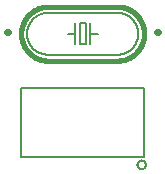
<source format=gbo>
G75*
%MOIN*%
%OFA0B0*%
%FSLAX25Y25*%
%IPPOS*%
%LPD*%
%AMOC8*
5,1,8,0,0,1.08239X$1,22.5*
%
%ADD10C,0.02200*%
%ADD11C,0.00600*%
%ADD12C,0.01600*%
D10*
X0086359Y0081800D02*
X0086599Y0081800D01*
X0136359Y0081800D02*
X0136599Y0081800D01*
D11*
X0131951Y0040284D02*
X0091006Y0040284D01*
X0091006Y0063316D01*
X0131951Y0063316D01*
X0131951Y0040284D01*
X0129750Y0037627D02*
X0129752Y0037702D01*
X0129758Y0037776D01*
X0129768Y0037850D01*
X0129781Y0037923D01*
X0129799Y0037996D01*
X0129820Y0038067D01*
X0129845Y0038138D01*
X0129874Y0038207D01*
X0129907Y0038274D01*
X0129943Y0038339D01*
X0129982Y0038403D01*
X0130024Y0038464D01*
X0130070Y0038523D01*
X0130119Y0038580D01*
X0130171Y0038633D01*
X0130225Y0038684D01*
X0130282Y0038733D01*
X0130342Y0038777D01*
X0130404Y0038819D01*
X0130468Y0038858D01*
X0130534Y0038893D01*
X0130601Y0038924D01*
X0130671Y0038952D01*
X0130741Y0038976D01*
X0130813Y0038997D01*
X0130886Y0039013D01*
X0130959Y0039026D01*
X0131034Y0039035D01*
X0131108Y0039040D01*
X0131183Y0039041D01*
X0131257Y0039038D01*
X0131332Y0039031D01*
X0131405Y0039020D01*
X0131479Y0039006D01*
X0131551Y0038987D01*
X0131622Y0038965D01*
X0131692Y0038939D01*
X0131761Y0038909D01*
X0131827Y0038876D01*
X0131892Y0038839D01*
X0131955Y0038799D01*
X0132016Y0038755D01*
X0132074Y0038709D01*
X0132130Y0038659D01*
X0132183Y0038607D01*
X0132234Y0038552D01*
X0132281Y0038494D01*
X0132325Y0038434D01*
X0132366Y0038371D01*
X0132404Y0038307D01*
X0132438Y0038241D01*
X0132469Y0038172D01*
X0132496Y0038103D01*
X0132519Y0038032D01*
X0132538Y0037960D01*
X0132554Y0037887D01*
X0132566Y0037813D01*
X0132574Y0037739D01*
X0132578Y0037664D01*
X0132578Y0037590D01*
X0132574Y0037515D01*
X0132566Y0037441D01*
X0132554Y0037367D01*
X0132538Y0037294D01*
X0132519Y0037222D01*
X0132496Y0037151D01*
X0132469Y0037082D01*
X0132438Y0037013D01*
X0132404Y0036947D01*
X0132366Y0036883D01*
X0132325Y0036820D01*
X0132281Y0036760D01*
X0132234Y0036702D01*
X0132183Y0036647D01*
X0132130Y0036595D01*
X0132074Y0036545D01*
X0132016Y0036499D01*
X0131955Y0036455D01*
X0131892Y0036415D01*
X0131827Y0036378D01*
X0131761Y0036345D01*
X0131692Y0036315D01*
X0131622Y0036289D01*
X0131551Y0036267D01*
X0131479Y0036248D01*
X0131405Y0036234D01*
X0131332Y0036223D01*
X0131257Y0036216D01*
X0131183Y0036213D01*
X0131108Y0036214D01*
X0131034Y0036219D01*
X0130959Y0036228D01*
X0130886Y0036241D01*
X0130813Y0036257D01*
X0130741Y0036278D01*
X0130671Y0036302D01*
X0130601Y0036330D01*
X0130534Y0036361D01*
X0130468Y0036396D01*
X0130404Y0036435D01*
X0130342Y0036477D01*
X0130282Y0036521D01*
X0130225Y0036570D01*
X0130171Y0036621D01*
X0130119Y0036674D01*
X0130070Y0036731D01*
X0130024Y0036790D01*
X0129982Y0036851D01*
X0129943Y0036915D01*
X0129907Y0036980D01*
X0129874Y0037047D01*
X0129845Y0037116D01*
X0129820Y0037187D01*
X0129799Y0037258D01*
X0129781Y0037331D01*
X0129768Y0037404D01*
X0129758Y0037478D01*
X0129752Y0037552D01*
X0129750Y0037627D01*
X0122979Y0074300D02*
X0099979Y0074300D01*
X0108979Y0077800D02*
X0108979Y0081300D01*
X0106479Y0081300D01*
X0108979Y0081300D02*
X0108979Y0084800D01*
X0110479Y0084800D02*
X0110479Y0077800D01*
X0112479Y0077800D01*
X0112479Y0084800D01*
X0110479Y0084800D01*
X0113979Y0084800D02*
X0113979Y0081300D01*
X0116479Y0081300D01*
X0113979Y0081300D02*
X0113979Y0077800D01*
X0122979Y0074300D02*
X0123149Y0074302D01*
X0123320Y0074308D01*
X0123490Y0074319D01*
X0123660Y0074333D01*
X0123829Y0074352D01*
X0123998Y0074375D01*
X0124167Y0074401D01*
X0124334Y0074432D01*
X0124501Y0074467D01*
X0124667Y0074507D01*
X0124832Y0074550D01*
X0124996Y0074597D01*
X0125158Y0074648D01*
X0125320Y0074703D01*
X0125480Y0074762D01*
X0125638Y0074825D01*
X0125795Y0074891D01*
X0125950Y0074962D01*
X0126104Y0075036D01*
X0126255Y0075114D01*
X0126405Y0075196D01*
X0126553Y0075281D01*
X0126698Y0075370D01*
X0126841Y0075462D01*
X0126982Y0075558D01*
X0127121Y0075657D01*
X0127257Y0075760D01*
X0127391Y0075865D01*
X0127522Y0075974D01*
X0127650Y0076087D01*
X0127776Y0076202D01*
X0127899Y0076320D01*
X0128018Y0076441D01*
X0128135Y0076566D01*
X0128249Y0076693D01*
X0128360Y0076822D01*
X0128467Y0076955D01*
X0128571Y0077090D01*
X0128672Y0077227D01*
X0128770Y0077367D01*
X0128864Y0077509D01*
X0128954Y0077653D01*
X0129041Y0077800D01*
X0129125Y0077949D01*
X0129204Y0078099D01*
X0129280Y0078252D01*
X0129353Y0078406D01*
X0129421Y0078562D01*
X0129486Y0078720D01*
X0129547Y0078879D01*
X0129604Y0079040D01*
X0129657Y0079202D01*
X0129706Y0079365D01*
X0129751Y0079529D01*
X0129792Y0079695D01*
X0129830Y0079861D01*
X0129863Y0080029D01*
X0129891Y0080197D01*
X0129916Y0080365D01*
X0129937Y0080534D01*
X0129954Y0080704D01*
X0129966Y0080874D01*
X0129974Y0081044D01*
X0129978Y0081215D01*
X0129978Y0081385D01*
X0129974Y0081556D01*
X0129966Y0081726D01*
X0129954Y0081896D01*
X0129937Y0082066D01*
X0129916Y0082235D01*
X0129891Y0082403D01*
X0129863Y0082571D01*
X0129830Y0082739D01*
X0129792Y0082905D01*
X0129751Y0083071D01*
X0129706Y0083235D01*
X0129657Y0083398D01*
X0129604Y0083560D01*
X0129547Y0083721D01*
X0129486Y0083880D01*
X0129421Y0084038D01*
X0129353Y0084194D01*
X0129280Y0084348D01*
X0129204Y0084501D01*
X0129125Y0084651D01*
X0129041Y0084800D01*
X0128954Y0084947D01*
X0128864Y0085091D01*
X0128770Y0085233D01*
X0128672Y0085373D01*
X0128571Y0085510D01*
X0128467Y0085645D01*
X0128360Y0085778D01*
X0128249Y0085907D01*
X0128135Y0086034D01*
X0128018Y0086159D01*
X0127899Y0086280D01*
X0127776Y0086398D01*
X0127650Y0086513D01*
X0127522Y0086626D01*
X0127391Y0086735D01*
X0127257Y0086840D01*
X0127121Y0086943D01*
X0126982Y0087042D01*
X0126841Y0087138D01*
X0126698Y0087230D01*
X0126553Y0087319D01*
X0126405Y0087404D01*
X0126255Y0087486D01*
X0126104Y0087564D01*
X0125950Y0087638D01*
X0125795Y0087709D01*
X0125638Y0087775D01*
X0125480Y0087838D01*
X0125320Y0087897D01*
X0125158Y0087952D01*
X0124996Y0088003D01*
X0124832Y0088050D01*
X0124667Y0088093D01*
X0124501Y0088133D01*
X0124334Y0088168D01*
X0124167Y0088199D01*
X0123998Y0088225D01*
X0123829Y0088248D01*
X0123660Y0088267D01*
X0123490Y0088281D01*
X0123320Y0088292D01*
X0123149Y0088298D01*
X0122979Y0088300D01*
X0099979Y0088300D01*
X0099809Y0088298D01*
X0099638Y0088292D01*
X0099468Y0088281D01*
X0099298Y0088267D01*
X0099129Y0088248D01*
X0098960Y0088225D01*
X0098791Y0088199D01*
X0098624Y0088168D01*
X0098457Y0088133D01*
X0098291Y0088093D01*
X0098126Y0088050D01*
X0097962Y0088003D01*
X0097800Y0087952D01*
X0097638Y0087897D01*
X0097478Y0087838D01*
X0097320Y0087775D01*
X0097163Y0087709D01*
X0097008Y0087638D01*
X0096854Y0087564D01*
X0096703Y0087486D01*
X0096553Y0087404D01*
X0096405Y0087319D01*
X0096260Y0087230D01*
X0096117Y0087138D01*
X0095976Y0087042D01*
X0095837Y0086943D01*
X0095701Y0086840D01*
X0095567Y0086735D01*
X0095436Y0086626D01*
X0095308Y0086513D01*
X0095182Y0086398D01*
X0095059Y0086280D01*
X0094940Y0086159D01*
X0094823Y0086034D01*
X0094709Y0085907D01*
X0094598Y0085778D01*
X0094491Y0085645D01*
X0094387Y0085510D01*
X0094286Y0085373D01*
X0094188Y0085233D01*
X0094094Y0085091D01*
X0094004Y0084947D01*
X0093917Y0084800D01*
X0093833Y0084651D01*
X0093754Y0084501D01*
X0093678Y0084348D01*
X0093605Y0084194D01*
X0093537Y0084038D01*
X0093472Y0083880D01*
X0093411Y0083721D01*
X0093354Y0083560D01*
X0093301Y0083398D01*
X0093252Y0083235D01*
X0093207Y0083071D01*
X0093166Y0082905D01*
X0093128Y0082739D01*
X0093095Y0082571D01*
X0093067Y0082403D01*
X0093042Y0082235D01*
X0093021Y0082066D01*
X0093004Y0081896D01*
X0092992Y0081726D01*
X0092984Y0081556D01*
X0092980Y0081385D01*
X0092980Y0081215D01*
X0092984Y0081044D01*
X0092992Y0080874D01*
X0093004Y0080704D01*
X0093021Y0080534D01*
X0093042Y0080365D01*
X0093067Y0080197D01*
X0093095Y0080029D01*
X0093128Y0079861D01*
X0093166Y0079695D01*
X0093207Y0079529D01*
X0093252Y0079365D01*
X0093301Y0079202D01*
X0093354Y0079040D01*
X0093411Y0078879D01*
X0093472Y0078720D01*
X0093537Y0078562D01*
X0093605Y0078406D01*
X0093678Y0078252D01*
X0093754Y0078099D01*
X0093833Y0077949D01*
X0093917Y0077800D01*
X0094004Y0077653D01*
X0094094Y0077509D01*
X0094188Y0077367D01*
X0094286Y0077227D01*
X0094387Y0077090D01*
X0094491Y0076955D01*
X0094598Y0076822D01*
X0094709Y0076693D01*
X0094823Y0076566D01*
X0094940Y0076441D01*
X0095059Y0076320D01*
X0095182Y0076202D01*
X0095308Y0076087D01*
X0095436Y0075974D01*
X0095567Y0075865D01*
X0095701Y0075760D01*
X0095837Y0075657D01*
X0095976Y0075558D01*
X0096117Y0075462D01*
X0096260Y0075370D01*
X0096405Y0075281D01*
X0096553Y0075196D01*
X0096703Y0075114D01*
X0096854Y0075036D01*
X0097008Y0074962D01*
X0097163Y0074891D01*
X0097320Y0074825D01*
X0097478Y0074762D01*
X0097638Y0074703D01*
X0097800Y0074648D01*
X0097962Y0074597D01*
X0098126Y0074550D01*
X0098291Y0074507D01*
X0098457Y0074467D01*
X0098624Y0074432D01*
X0098791Y0074401D01*
X0098960Y0074375D01*
X0099129Y0074352D01*
X0099298Y0074333D01*
X0099468Y0074319D01*
X0099638Y0074308D01*
X0099809Y0074302D01*
X0099979Y0074300D01*
D12*
X0099979Y0072300D02*
X0122979Y0072300D01*
X0123198Y0072303D01*
X0123417Y0072311D01*
X0123636Y0072324D01*
X0123854Y0072343D01*
X0124072Y0072367D01*
X0124289Y0072396D01*
X0124506Y0072430D01*
X0124721Y0072470D01*
X0124936Y0072515D01*
X0125149Y0072566D01*
X0125361Y0072621D01*
X0125572Y0072682D01*
X0125781Y0072747D01*
X0125988Y0072818D01*
X0126194Y0072894D01*
X0126398Y0072975D01*
X0126600Y0073060D01*
X0126799Y0073151D01*
X0126996Y0073246D01*
X0127191Y0073347D01*
X0127384Y0073452D01*
X0127574Y0073561D01*
X0127761Y0073675D01*
X0127945Y0073794D01*
X0128126Y0073917D01*
X0128304Y0074045D01*
X0128480Y0074177D01*
X0128651Y0074313D01*
X0128820Y0074453D01*
X0128985Y0074597D01*
X0129146Y0074745D01*
X0129304Y0074897D01*
X0129458Y0075053D01*
X0129608Y0075213D01*
X0129755Y0075376D01*
X0129897Y0075543D01*
X0130035Y0075713D01*
X0130169Y0075887D01*
X0130299Y0076063D01*
X0130424Y0076243D01*
X0130545Y0076426D01*
X0130661Y0076612D01*
X0130773Y0076800D01*
X0130880Y0076991D01*
X0130983Y0077185D01*
X0131081Y0077381D01*
X0131174Y0077579D01*
X0131262Y0077780D01*
X0131345Y0077983D01*
X0131424Y0078188D01*
X0131497Y0078394D01*
X0131565Y0078602D01*
X0131628Y0078812D01*
X0131686Y0079024D01*
X0131739Y0079236D01*
X0131787Y0079450D01*
X0131829Y0079665D01*
X0131866Y0079881D01*
X0131898Y0080098D01*
X0131925Y0080316D01*
X0131946Y0080534D01*
X0131962Y0080752D01*
X0131973Y0080971D01*
X0131978Y0081190D01*
X0131978Y0081410D01*
X0131973Y0081629D01*
X0131962Y0081848D01*
X0131946Y0082066D01*
X0131925Y0082284D01*
X0131898Y0082502D01*
X0131866Y0082719D01*
X0131829Y0082935D01*
X0131787Y0083150D01*
X0131739Y0083364D01*
X0131686Y0083576D01*
X0131628Y0083788D01*
X0131565Y0083998D01*
X0131497Y0084206D01*
X0131424Y0084412D01*
X0131345Y0084617D01*
X0131262Y0084820D01*
X0131174Y0085021D01*
X0131081Y0085219D01*
X0130983Y0085415D01*
X0130880Y0085609D01*
X0130773Y0085800D01*
X0130661Y0085988D01*
X0130545Y0086174D01*
X0130424Y0086357D01*
X0130299Y0086537D01*
X0130169Y0086713D01*
X0130035Y0086887D01*
X0129897Y0087057D01*
X0129755Y0087224D01*
X0129608Y0087387D01*
X0129458Y0087547D01*
X0129304Y0087703D01*
X0129146Y0087855D01*
X0128985Y0088003D01*
X0128820Y0088147D01*
X0128651Y0088287D01*
X0128480Y0088423D01*
X0128304Y0088555D01*
X0128126Y0088683D01*
X0127945Y0088806D01*
X0127761Y0088925D01*
X0127574Y0089039D01*
X0127384Y0089148D01*
X0127191Y0089253D01*
X0126996Y0089354D01*
X0126799Y0089449D01*
X0126600Y0089540D01*
X0126398Y0089625D01*
X0126194Y0089706D01*
X0125988Y0089782D01*
X0125781Y0089853D01*
X0125572Y0089918D01*
X0125361Y0089979D01*
X0125149Y0090034D01*
X0124936Y0090085D01*
X0124721Y0090130D01*
X0124506Y0090170D01*
X0124289Y0090204D01*
X0124072Y0090233D01*
X0123854Y0090257D01*
X0123636Y0090276D01*
X0123417Y0090289D01*
X0123198Y0090297D01*
X0122979Y0090300D01*
X0099979Y0090300D01*
X0099760Y0090297D01*
X0099541Y0090289D01*
X0099322Y0090276D01*
X0099104Y0090257D01*
X0098886Y0090233D01*
X0098669Y0090204D01*
X0098452Y0090170D01*
X0098237Y0090130D01*
X0098022Y0090085D01*
X0097809Y0090034D01*
X0097597Y0089979D01*
X0097386Y0089918D01*
X0097177Y0089853D01*
X0096970Y0089782D01*
X0096764Y0089706D01*
X0096560Y0089625D01*
X0096358Y0089540D01*
X0096159Y0089449D01*
X0095962Y0089354D01*
X0095767Y0089253D01*
X0095574Y0089148D01*
X0095384Y0089039D01*
X0095197Y0088925D01*
X0095013Y0088806D01*
X0094832Y0088683D01*
X0094654Y0088555D01*
X0094478Y0088423D01*
X0094307Y0088287D01*
X0094138Y0088147D01*
X0093973Y0088003D01*
X0093812Y0087855D01*
X0093654Y0087703D01*
X0093500Y0087547D01*
X0093350Y0087387D01*
X0093203Y0087224D01*
X0093061Y0087057D01*
X0092923Y0086887D01*
X0092789Y0086713D01*
X0092659Y0086537D01*
X0092534Y0086357D01*
X0092413Y0086174D01*
X0092297Y0085988D01*
X0092185Y0085800D01*
X0092078Y0085609D01*
X0091975Y0085415D01*
X0091877Y0085219D01*
X0091784Y0085021D01*
X0091696Y0084820D01*
X0091613Y0084617D01*
X0091534Y0084412D01*
X0091461Y0084206D01*
X0091393Y0083998D01*
X0091330Y0083788D01*
X0091272Y0083576D01*
X0091219Y0083364D01*
X0091171Y0083150D01*
X0091129Y0082935D01*
X0091092Y0082719D01*
X0091060Y0082502D01*
X0091033Y0082284D01*
X0091012Y0082066D01*
X0090996Y0081848D01*
X0090985Y0081629D01*
X0090980Y0081410D01*
X0090980Y0081190D01*
X0090985Y0080971D01*
X0090996Y0080752D01*
X0091012Y0080534D01*
X0091033Y0080316D01*
X0091060Y0080098D01*
X0091092Y0079881D01*
X0091129Y0079665D01*
X0091171Y0079450D01*
X0091219Y0079236D01*
X0091272Y0079024D01*
X0091330Y0078812D01*
X0091393Y0078602D01*
X0091461Y0078394D01*
X0091534Y0078188D01*
X0091613Y0077983D01*
X0091696Y0077780D01*
X0091784Y0077579D01*
X0091877Y0077381D01*
X0091975Y0077185D01*
X0092078Y0076991D01*
X0092185Y0076800D01*
X0092297Y0076612D01*
X0092413Y0076426D01*
X0092534Y0076243D01*
X0092659Y0076063D01*
X0092789Y0075887D01*
X0092923Y0075713D01*
X0093061Y0075543D01*
X0093203Y0075376D01*
X0093350Y0075213D01*
X0093500Y0075053D01*
X0093654Y0074897D01*
X0093812Y0074745D01*
X0093973Y0074597D01*
X0094138Y0074453D01*
X0094307Y0074313D01*
X0094478Y0074177D01*
X0094654Y0074045D01*
X0094832Y0073917D01*
X0095013Y0073794D01*
X0095197Y0073675D01*
X0095384Y0073561D01*
X0095574Y0073452D01*
X0095767Y0073347D01*
X0095962Y0073246D01*
X0096159Y0073151D01*
X0096358Y0073060D01*
X0096560Y0072975D01*
X0096764Y0072894D01*
X0096970Y0072818D01*
X0097177Y0072747D01*
X0097386Y0072682D01*
X0097597Y0072621D01*
X0097809Y0072566D01*
X0098022Y0072515D01*
X0098237Y0072470D01*
X0098452Y0072430D01*
X0098669Y0072396D01*
X0098886Y0072367D01*
X0099104Y0072343D01*
X0099322Y0072324D01*
X0099541Y0072311D01*
X0099760Y0072303D01*
X0099979Y0072300D01*
M02*

</source>
